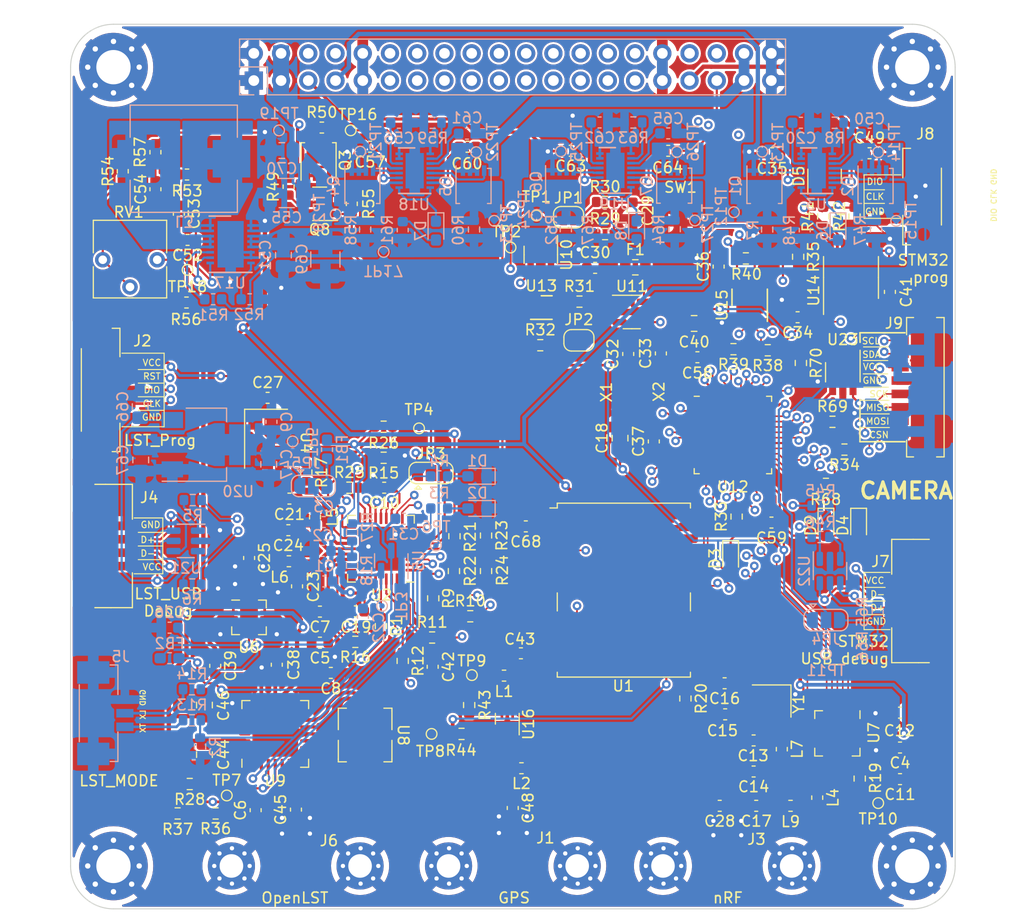
<source format=kicad_pcb>
(kicad_pcb (version 20211014) (generator pcbnew)

  (general
    (thickness 4.69)
  )

  (paper "A4")
  (layers
    (0 "F.Cu" signal)
    (1 "In1.Cu" signal)
    (2 "In2.Cu" signal)
    (31 "B.Cu" signal)
    (32 "B.Adhes" user "B.Adhesive")
    (33 "F.Adhes" user "F.Adhesive")
    (34 "B.Paste" user)
    (35 "F.Paste" user)
    (36 "B.SilkS" user "B.Silkscreen")
    (37 "F.SilkS" user "F.Silkscreen")
    (38 "B.Mask" user)
    (39 "F.Mask" user)
    (40 "Dwgs.User" user "User.Drawings")
    (41 "Cmts.User" user "User.Comments")
    (42 "Eco1.User" user "User.Eco1")
    (43 "Eco2.User" user "User.Eco2")
    (44 "Edge.Cuts" user)
    (45 "Margin" user)
    (46 "B.CrtYd" user "B.Courtyard")
    (47 "F.CrtYd" user "F.Courtyard")
    (48 "B.Fab" user)
    (49 "F.Fab" user)
    (50 "User.1" user)
    (51 "User.2" user)
    (52 "User.3" user)
    (53 "User.4" user)
    (54 "User.5" user)
    (55 "User.6" user)
    (56 "User.7" user)
    (57 "User.8" user)
    (58 "User.9" user)
  )

  (setup
    (stackup
      (layer "F.SilkS" (type "Top Silk Screen"))
      (layer "F.Paste" (type "Top Solder Paste"))
      (layer "F.Mask" (type "Top Solder Mask") (thickness 0.01))
      (layer "F.Cu" (type "copper") (thickness 0.035))
      (layer "dielectric 1" (type "core") (thickness 1.51) (material "FR4") (epsilon_r 4.5) (loss_tangent 0.02))
      (layer "In1.Cu" (type "copper") (thickness 0.035))
      (layer "dielectric 2" (type "prepreg") (thickness 1.51) (material "FR4") (epsilon_r 4.5) (loss_tangent 0.02))
      (layer "In2.Cu" (type "copper") (thickness 0.035))
      (layer "dielectric 3" (type "core") (thickness 1.51) (material "FR4") (epsilon_r 4.5) (loss_tangent 0.02))
      (layer "B.Cu" (type "copper") (thickness 0.035))
      (layer "B.Mask" (type "Bottom Solder Mask") (thickness 0.01))
      (layer "B.Paste" (type "Bottom Solder Paste"))
      (layer "B.SilkS" (type "Bottom Silk Screen"))
      (copper_finish "None")
      (dielectric_constraints no)
    )
    (pad_to_mask_clearance 0)
    (pcbplotparams
      (layerselection 0x00010fc_ffffffff)
      (disableapertmacros false)
      (usegerberextensions false)
      (usegerberattributes true)
      (usegerberadvancedattributes true)
      (creategerberjobfile true)
      (svguseinch false)
      (svgprecision 6)
      (excludeedgelayer true)
      (plotframeref false)
      (viasonmask false)
      (mode 1)
      (useauxorigin false)
      (hpglpennumber 1)
      (hpglpenspeed 20)
      (hpglpendiameter 15.000000)
      (dxfpolygonmode true)
      (dxfimperialunits true)
      (dxfusepcbnewfont true)
      (psnegative false)
      (psa4output false)
      (plotreference true)
      (plotvalue true)
      (plotinvisibletext false)
      (sketchpadsonfab false)
      (subtractmaskfromsilk false)
      (outputformat 1)
      (mirror false)
      (drillshape 1)
      (scaleselection 1)
      (outputdirectory "")
    )
  )

  (net 0 "")
  (net 1 "Net-(C1-Pad1)")
  (net 2 "GND")
  (net 3 "+3V3")
  (net 4 "/OpenLST (Beacon)/PA_VAPC")
  (net 5 "+3V8")
  (net 6 "/OpenLST (Beacon)/VDD_USB_LST")
  (net 7 "Net-(C12-Pad1)")
  (net 8 "Net-(C13-Pad2)")
  (net 9 "Net-(C15-Pad1)")
  (net 10 "Net-(C16-Pad1)")
  (net 11 "Net-(C17-Pad1)")
  (net 12 "Net-(C17-Pad2)")
  (net 13 "/MCU/MCU_POWER")
  (net 14 "Net-(C19-Pad1)")
  (net 15 "/3V3 power share/VCC_EN")
  (net 16 "Net-(C21-Pad2)")
  (net 17 "Net-(C22-Pad1)")
  (net 18 "Net-(C23-Pad2)")
  (net 19 "Net-(C24-Pad1)")
  (net 20 "Net-(C24-Pad2)")
  (net 21 "Net-(C25-Pad2)")
  (net 22 "Net-(C26-Pad1)")
  (net 23 "Net-(C29-Pad1)")
  (net 24 "/3V3 power share/EPS#1")
  (net 25 "Net-(C35-Pad2)")
  (net 26 "Net-(C38-Pad1)")
  (net 27 "Net-(C38-Pad2)")
  (net 28 "Net-(C39-Pad1)")
  (net 29 "Net-(C39-Pad2)")
  (net 30 "/MCU/VREF")
  (net 31 "Net-(C42-Pad1)")
  (net 32 "Net-(C43-Pad1)")
  (net 33 "Net-(C43-Pad2)")
  (net 34 "Net-(C45-Pad1)")
  (net 35 "Net-(C45-Pad2)")
  (net 36 "Net-(C48-Pad1)")
  (net 37 "Net-(C48-Pad2)")
  (net 38 "Net-(C49-Pad1)")
  (net 39 "/3V3 power share/EPS#2")
  (net 40 "Net-(C50-Pad1)")
  (net 41 "VIN")
  (net 42 "Net-(C52-Pad1)")
  (net 43 "Net-(C52-Pad2)")
  (net 44 "Net-(C53-Pad1)")
  (net 45 "Net-(C54-Pad1)")
  (net 46 "/Power Convertor/VBAT1/VCC_EN")
  (net 47 "/Power Convertor/EPS#1_VBAT")
  (net 48 "Net-(C57-Pad2)")
  (net 49 "Net-(C60-Pad1)")
  (net 50 "/Power Convertor/EPS#2_VBAT")
  (net 51 "Net-(C61-Pad1)")
  (net 52 "/5V power share/VCC_EN")
  (net 53 "/5V power share/EPS#1")
  (net 54 "Net-(C63-Pad2)")
  (net 55 "Net-(C64-Pad1)")
  (net 56 "/5V power share/EPS#2")
  (net 57 "Net-(C65-Pad1)")
  (net 58 "/OpenLST (Beacon)/USB_POWER_LST")
  (net 59 "Net-(D1-Pad2)")
  (net 60 "Net-(D2-Pad2)")
  (net 61 "Net-(D3-Pad1)")
  (net 62 "Net-(D4-Pad1)")
  (net 63 "/MCU/CAN_L")
  (net 64 "/MCU/CAN_H")
  (net 65 "Net-(D6-Pad1)")
  (net 66 "Net-(D6-Pad2)")
  (net 67 "Net-(D7-Pad1)")
  (net 68 "Net-(D7-Pad2)")
  (net 69 "Net-(D8-Pad1)")
  (net 70 "Net-(D8-Pad2)")
  (net 71 "Net-(D9-Pad1)")
  (net 72 "Net-(F1-Pad2)")
  (net 73 "Net-(FB1-Pad1)")
  (net 74 "/OpenLST (Beacon)/PROG_DD")
  (net 75 "/OpenLST (Beacon)/PROG_DC")
  (net 76 "/OpenLST (Beacon)/~{LST_RESET}")
  (net 77 "/MCU/USB_POWER")
  (net 78 "/MCU/SWCLK")
  (net 79 "/MCU/SWDIO")
  (net 80 "/MCU/QSPI_D1{slash}CAM_CSN")
  (net 81 "/MCU/QSPI_D2{slash}CAM_MOSI")
  (net 82 "/MCU/QSPI_D3{slash}CAM_MISO")
  (net 83 "/MCU/LED1_QSPI")
  (net 84 "+5V")
  (net 85 "/I2C_SDA")
  (net 86 "/I2C_SCL")
  (net 87 "unconnected-(J12-Pad6)")
  (net 88 "unconnected-(J12-Pad8)")
  (net 89 "unconnected-(J12-Pad11)")
  (net 90 "unconnected-(J12-Pad12)")
  (net 91 "unconnected-(J12-Pad13)")
  (net 92 "unconnected-(J12-Pad14)")
  (net 93 "unconnected-(J12-Pad15)")
  (net 94 "unconnected-(J12-Pad16)")
  (net 95 "unconnected-(J12-Pad17)")
  (net 96 "unconnected-(J12-Pad18)")
  (net 97 "/MCU/RS_485_~{B}")
  (net 98 "/MCU/RS_485_A")
  (net 99 "unconnected-(J12-Pad23)")
  (net 100 "unconnected-(J12-Pad24)")
  (net 101 "/MCU/LED1_CAM")
  (net 102 "/MCU/QSPI_SCK")
  (net 103 "/MCU/QSPI_NCS")
  (net 104 "unconnected-(J12-Pad34)")
  (net 105 "unconnected-(J12-Pad36)")
  (net 106 "Net-(JP1-Pad1)")
  (net 107 "/MCU/NRST")
  (net 108 "Net-(JP2-Pad1)")
  (net 109 "Net-(JP2-Pad2)")
  (net 110 "/OpenLST (Beacon)/RF_EN")
  (net 111 "/OpenLST (Beacon)/RF_EN_MCU")
  (net 112 "/OpenLST (Beacon)/RF_PWR_EN")
  (net 113 "Net-(JP4-Pad3)")
  (net 114 "/MCU/VDD_USB")
  (net 115 "Net-(L3-Pad1)")
  (net 116 "Net-(L3-Pad2)")
  (net 117 "Net-(L4-Pad1)")
  (net 118 "Net-(L4-Pad2)")
  (net 119 "Net-(Q1-Pad5)")
  (net 120 "Net-(Q1-Pad4)")
  (net 121 "Net-(Q2-Pad4)")
  (net 122 "Net-(Q2-Pad5)")
  (net 123 "Net-(Q3-Pad4)")
  (net 124 "Net-(Q3-Pad5)")
  (net 125 "Net-(Q4-Pad5)")
  (net 126 "Net-(Q4-Pad4)")
  (net 127 "Net-(Q5-Pad4)")
  (net 128 "Net-(Q5-Pad5)")
  (net 129 "Net-(Q6-Pad5)")
  (net 130 "Net-(Q6-Pad4)")
  (net 131 "Net-(Q7-Pad4)")
  (net 132 "Net-(Q7-Pad5)")
  (net 133 "/OpenLST (Beacon)/~{LST_RX_MODE}")
  (net 134 "/OpenLST (Beacon)/LST_TX_MODE")
  (net 135 "Net-(R3-Pad2)")
  (net 136 "Net-(R4-Pad2)")
  (net 137 "Net-(R5-Pad1)")
  (net 138 "/OpenLST (Beacon)/USB_N")
  (net 139 "/OpenLST (Beacon)/USB_P")
  (net 140 "Net-(R6-Pad2)")
  (net 141 "Net-(R8-Pad2)")
  (net 142 "Net-(R9-Pad1)")
  (net 143 "/OpenLST (Beacon)/UART0_CTS")
  (net 144 "Net-(R10-Pad1)")
  (net 145 "/OpenLST (Beacon)/UART0_RTS")
  (net 146 "Net-(R11-Pad1)")
  (net 147 "/OpenLST (Beacon)/UART0_RX")
  (net 148 "Net-(R12-Pad1)")
  (net 149 "/OpenLST (Beacon)/UART0_TX")
  (net 150 "Net-(R15-Pad2)")
  (net 151 "Net-(R16-Pad2)")
  (net 152 "Net-(R17-Pad1)")
  (net 153 "Net-(R17-Pad2)")
  (net 154 "Net-(R19-Pad2)")
  (net 155 "/OpenLST (Beacon)/AN0")
  (net 156 "/OpenLST (Beacon)/AN1")
  (net 157 "Net-(R25-Pad2)")
  (net 158 "/OpenLST (Beacon)/RF_BYP")
  (net 159 "Net-(R32-Pad1)")
  (net 160 "/MCU/LED2")
  (net 161 "/MCU/CAN_RS")
  (net 162 "/MCU/RS_485_R_EN")
  (net 163 "/MCU/RS_485_T_EN")
  (net 164 "Net-(R43-Pad2)")
  (net 165 "Net-(R44-Pad1)")
  (net 166 "Net-(R44-Pad2)")
  (net 167 "Net-(R45-Pad1)")
  (net 168 "/MCU/USB_N")
  (net 169 "/MCU/USB_P")
  (net 170 "Net-(R46-Pad2)")
  (net 171 "Net-(R51-Pad2)")
  (net 172 "Net-(R52-Pad1)")
  (net 173 "Net-(R54-Pad2)")
  (net 174 "Net-(R59-Pad2)")
  (net 175 "Net-(R63-Pad2)")
  (net 176 "unconnected-(U1-Pad1)")
  (net 177 "unconnected-(U1-Pad3)")
  (net 178 "/GPS Module/IRQ")
  (net 179 "unconnected-(U1-Pad5)")
  (net 180 "unconnected-(U1-Pad6)")
  (net 181 "/GPS Module/RESET")
  (net 182 "unconnected-(U1-Pad15)")
  (net 183 "unconnected-(U1-Pad16)")
  (net 184 "unconnected-(U1-Pad17)")
  (net 185 "/GPS Module/TXD")
  (net 186 "/GPS Module/RXD")
  (net 187 "unconnected-(U2-Pad8)")
  (net 188 "unconnected-(U2-Pad18)")
  (net 189 "unconnected-(U2-Pad20)")
  (net 190 "/MCU/NRF_CE")
  (net 191 "/MCU/NRF_SPI_CSN")
  (net 192 "/MCU/NRF_SPI_SCK")
  (net 193 "/MCU/NRF_SPI_MOSI")
  (net 194 "/MCU/NRF_SPI_MISO")
  (net 195 "/MCU/NRF_IRQ")
  (net 196 "Net-(U8-Pad2)")
  (net 197 "Net-(U8-Pad6)")
  (net 198 "unconnected-(U9-Pad14)")
  (net 199 "unconnected-(U9-Pad16)")
  (net 200 "unconnected-(U9-Pad25)")
  (net 201 "unconnected-(U10-Pad3)")
  (net 202 "/MCU/WDG_RESET")
  (net 203 "unconnected-(U11-Pad3)")
  (net 204 "unconnected-(U12-Pad1)")
  (net 205 "/MCU/LSE")
  (net 206 "/MCU/HSE")
  (net 207 "/MCU/CAN_RX")
  (net 208 "/MCU/CAN_TX")
  (net 209 "unconnected-(U13-Pad3)")
  (net 210 "/MCU/RS_485_R")
  (net 211 "/MCU/RS_485_T")
  (net 212 "unconnected-(U15-Pad7)")
  (net 213 "unconnected-(X1-Pad1)")
  (net 214 "unconnected-(U6-Pad4)")
  (net 215 "/camera/CAM_VCC")
  (net 216 "Net-(R70-Pad1)")
  (net 217 "Net-(J4-Pad2)")
  (net 218 "Net-(J4-Pad3)")
  (net 219 "Net-(J5-Pad1)")
  (net 220 "Net-(J5-Pad2)")
  (net 221 "Net-(U22-Pad4)")
  (net 222 "Net-(U22-Pad6)")

  (footprint "Capacitor_SMD:C_0805_2012Metric_Pad1.18x1.45mm_HandSolder" (layer "F.Cu") (at 143.1544 71.9044))

  (footprint "TCY_Buttons:KMT031NGJLHS" (layer "F.Cu") (at 141.8844 61.5881))

  (footprint "Resistor_SMD:R_0603_1608Metric" (layer "F.Cu") (at 98.5276 117.602))

  (footprint "Resistor_SMD:R_0603_1608Metric" (layer "F.Cu") (at 158.115 61.9252 -90))

  (footprint "Package_DFN_QFN:QFN-20-1EP_4x4mm_P0.5mm_EP2.5x2.5mm" (layer "F.Cu") (at 156.5148 110.1344 -90))

  (footprint "MountingHole:MountingHole_3.2mm_M3_Pad_Via" (layer "F.Cu") (at 163.5 122.5))

  (footprint "Resistor_SMD:R_0603_1608Metric" (layer "F.Cu") (at 120.8024 91.7448 90))

  (footprint "Capacitor_SMD:C_0603_1608Metric" (layer "F.Cu") (at 98.4905 103.8352 -90))

  (footprint "Resistor_SMD:R_0603_1608Metric" (layer "F.Cu") (at 147.9804 65.8368 180))

  (footprint "Inductor_SMD:L_0603_1608Metric" (layer "F.Cu") (at 107.7976 89.9668 -90))

  (footprint "Resistor_SMD:R_0603_1608Metric" (layer "F.Cu") (at 121.4628 110.1852))

  (footprint "MountingHole:MountingHole_3.2mm_M3_Pad_Via" (layer "F.Cu") (at 89 48))

  (footprint "Capacitor_SMD:C_0603_1608Metric" (layer "F.Cu") (at 105.41 88.2396))

  (footprint "TCY_Connector:Amphenol 10114830-11104LF 1x04 Vertical" (layer "F.Cu") (at 88.265 92.6592 -90))

  (footprint "Capacitor_SMD:C_0603_1608Metric" (layer "F.Cu") (at 127.4572 90.8304 180))

  (footprint "Capacitor_SMD:C_0603_1608Metric" (layer "F.Cu") (at 152.8064 71.3232 180))

  (footprint "Resistor_SMD:R_0603_1608Metric" (layer "F.Cu") (at 153.1112 75.5904 -90))

  (footprint "Capacitor_SMD:C_0603_1608Metric" (layer "F.Cu") (at 114.2492 87.2236 180))

  (footprint "Inductor_SMD:L_0603_1608Metric" (layer "F.Cu") (at 127.0508 113.3856))

  (footprint "RF_GPS:ublox_NEO" (layer "F.Cu") (at 136.6012 96.774))

  (footprint "Package_TO_SOT_SMD:SOT-23-6_Handsoldering" (layer "F.Cu") (at 157.0228 76.454 -90))

  (footprint "Capacitor_SMD:C_0603_1608Metric" (layer "F.Cu") (at 108.2548 98.7792 180))

  (footprint "Inductor_SMD:L_0603_1608Metric" (layer "F.Cu") (at 105.3344 59.1454 90))

  (footprint "Resistor_SMD:R_0603_1608Metric" (layer "F.Cu") (at 158.5976 114.3508 90))

  (footprint "Jumper:SolderJumper-2_P1.3mm_Open_RoundedPad1.0x1.5mm" (layer "F.Cu") (at 132.4108 73.4753 180))

  (footprint "Capacitor_SMD:C_0603_1608Metric" (layer "F.Cu") (at 118.7704 103.9238 90))

  (footprint "Jumper:SolderJumper-2_P1.3mm_Open_RoundedPad1.0x1.5mm" (layer "F.Cu") (at 131.4456 61.9945))

  (footprint "Inductor_SMD:L_0603_1608Metric" (layer "F.Cu") (at 95.8596 58.0136))

  (footprint "Capacitor_SMD:C_0603_1608Metric" (layer "F.Cu") (at 133.9218 66.7189))

  (footprint "Capacitor_SMD:C_0603_1608Metric" (layer "F.Cu") (at 127 102.6668 180))

  (footprint "Capacitor_SMD:C_0603_1608Metric" (layer "F.Cu") (at 148.7046 113.6904))

  (footprint "MountingHole:MountingHole_3.2mm_M3_Pad_Via" (layer "F.Cu") (at 163.5 48))

  (footprint "Resistor_SMD:R_0603_1608Metric" (layer "F.Cu") (at 111.5568 101.6 180))

  (footprint "Resistor_SMD:R_0603_1608Metric" (layer "F.Cu") (at 118.8212 97.536 -90))

  (footprint "Resistor_SMD:R_0603_1608Metric" (layer "F.Cu") (at 134.8492 60.5721))

  (footprint "Resistor_SMD:R_0603_1608Metric" (layer "F.Cu") (at 157.1752 83.6676 180))

  (footprint "Capacitor_SMD:C_0603_1608Metric" (layer "F.Cu") (at 122.0216 55.4228))

  (footprint "TCY_Connector:TestPoint_Pad_D0.5mm" (layer "F.Cu") (at 122.428 104.6988))

  (footprint "Resistor_SMD:R_0603_1608Metric" (layer "F.Cu") (at 123.7488 94.996 90))

  (footprint "Resistor_SMD:R_0603_1608Metric" (layer "F.Cu") (at 115.9764 103.378 -90))

  (footprint "Capacitor_SMD:C_0603_1608Metric" (layer "F.Cu") (at 139.3952 82.9056 90))

  (footprint "Resistor_SMD:R_0603_1608Metric" (layer "F.Cu") (at 110.998 87.2236))

  (footprint "Resistor_SMD:R_0603_1608Metric" (layer "F.Cu") (at 113.9444 100.1268 90))

  (footprint "footprints:iPEX" (layer "F.Cu") (at 146.25 122.5 180))

  (footprint "Capacitor_SMD:C_0603_1608Metric" (layer "F.Cu") (at 145.542 116.8908 180))

  (footprint "Capacitor_SMD:C_0603_1608Metric" (layer "F.Cu") (at 162.3568 114.4016 180))

  (footprint "Capacitor_SMD:C_0603_1608Metric" (layer "F.Cu") (at 112.9284 55.4228))

  (footprint "Inductor_SMD:L_0603_1608Metric" (layer "F.Cu") (at 151.3332 111.6076 -90))

  (footprint "Capacitor_SMD:C_0603_1608Metric" (layer "F.Cu") (at 137.414 61.3849 -90))

  (footprint "Capacitor_SMD:C_0603_1608Metric" (layer "F.Cu") (at 159.517223 56.0263))

  (footprint "Resistor_SMD:R_0603_1608Metric" (layer "F.Cu") (at 142.3416 106.8832 90))

  (footprint "Resistor_SMD:R_0603_1608Metric" (layer "F.Cu") (at 120.7516 94.996 90))

  (footprint "footprints:iPEX" (layer "F.Cu") (at 106 122.5 180))

  (footprint "Capacitor_SMD:C_0603_1608Metric" (layer "F.Cu") (at 105.3084 91.186 180))

  (footprint "TCY_Connector:TestPoint_Pad_D0.5mm" (layer "F.Cu") (at 117.5004 81.6864))

  (footprint "Package_DFN_QFN:DFN-10-1EP_3x3mm_P0.5mm_EP1.55x2.48mm" (layer "F.Cu")
    (tedit 5EA4BECA) (tstamp 64263d5c-9427-4c92-a73a-afe8e63e20fb)
    (at 148.336 70.2056 90)
    (descr "10-Lead Plastic Dual Flat, No Lead Package (MF) - 3x3x0.9 mm Body [DFN] (see Microchip Packaging Specification 00000049BS.pdf)")
    (tags "DFN 0.5")
    (property "Sheetfile" "mcu_comm.kicad_sch")
    (property "Sheetname" "MCU")
    (path "/81a5172c-b171-400d-8856-41d6e486bdd1/a66e8b44-b972-4f7b-ba80-f64e58de1944")
    (attr smd)
    (fp_text reference "U15" (at 0 -2.575 90) (layer "F.SilkS")
      (effects (font (size 1 1) (thickness 0.15)))
      (tstamp af58d6aa-33e4-4da2-8ea3-2304125e31c0)
    )
    (fp_text value "MAX13430ETB+" (at 0 2.575 90) (layer "F.Fab")
      (effects (font (size 1 1) (thickness 0.15)))
      (tstamp 94937ca0-c1d9-424d-88cf-010fb503f8a5)
    )
    (fp_text user "${REFERENCE}" (at 0 0 90) (layer "F.Fab")
      (effects (font (size 0.7 0.7) (thickness 0.105)))
      (tstamp 67a55320-79e2-4952-9d6a-671cbdcfc9f7)
    )
    (fp_line (start -1.5 1.65) (end 1.5 1.65) (layer "F.SilkS") (width 0.15) (tstamp 47b3834c-8a87-4af3-9143-c88b9cd89304))
    (fp_line (start 0 -1.65) (end 1.5 -1.65) (layer "F.SilkS") (width 0.15) (tstamp adc74667-5dec-4b95-9d35-ffc7db9ad260))
    (fp_line (start -2.15 -1.85) (end -2.15 1.85) (layer "F.CrtYd") (width 0.05) (tstamp 20c401b1-c1bb-42cd-8ef2-fd89663a6cf3))
    (fp_line (start -2.15 1.85) (end 2.15 1.85) (layer "F.CrtYd") (width 0.05) (tstamp a7098063-91db-4dae-8c97-631051e8de0e))
    (fp_line (start 2.15 -1.85) (end 2.15 1.85) (layer "F.CrtYd") (width 0.05) (tstamp d1594cc0-0357-4de5-8d76-bb3a044297b2))
    (fp_line (start -2.15 -1.85) (end 2.15 -1.85) (layer "F.CrtYd") (width 0.05) (tstamp d500cfb3-be5f-4c90-8432-d0e5e29eda2a))
    (fp_line (start -1.5 -0.5) (end -0.5 -1.5) (layer "F.Fab") (width 0.15) (tstamp 4013842c-f594-4f18-a07a-785be971cdaf))
    (fp_line (start -1.5 1.5) (end -1.5 -0.5) (layer "F.Fab") (width 0.15) (tstamp 68cc97a1-6c76-411f-a28b-36162918d55d))
    (fp_line (start 1.5 1.5) (end -1.5 1.5) (layer "F.Fab") (width 0.15) (tstamp 6a2b63d3-b52c-4af8-b72e-63fe811d3d24))
    (fp_line (start 1.5 -1.5) (end 1.5 1.5) (layer "F.Fab") (width 0.15) (tstamp b6b0b082-3ad5-486d-9247-7e4db31838ef))
    (fp_line (start -0.5 -1.5) (end 1.5 -1.5) (layer "F.Fab") (width 0.15) (tstamp c40a33aa-f777-4109-9efd-12123c039897))
    (pad "" smd rect locked (at 0.3875 0.62 90) (size 0.6 1.05) (layers "F.Paste") (tstamp 13432df8-5be2-422d-b431-13bedccbff4d))
    (pad "" smd rect locked (at -0.3875 -0.62 90) (size 0.6 1.05) (layers "F.Paste") (tstamp 4be9d67c-a6f3-435e-8133-0f53bd74a878))
    (pad "" smd rect locked (at -0.3875 0.62 90) (size 0.6 1.05) (layers "F.Paste") (tstamp 5d69c2f3-acbd-4c54-bda2-b7785c2010cf))
    (pad "" smd rect locked (at 0.3875 -0.62 90) (size 0.6 1.05) (layers "F.Paste") (t
... [3677181 chars truncated]
</source>
